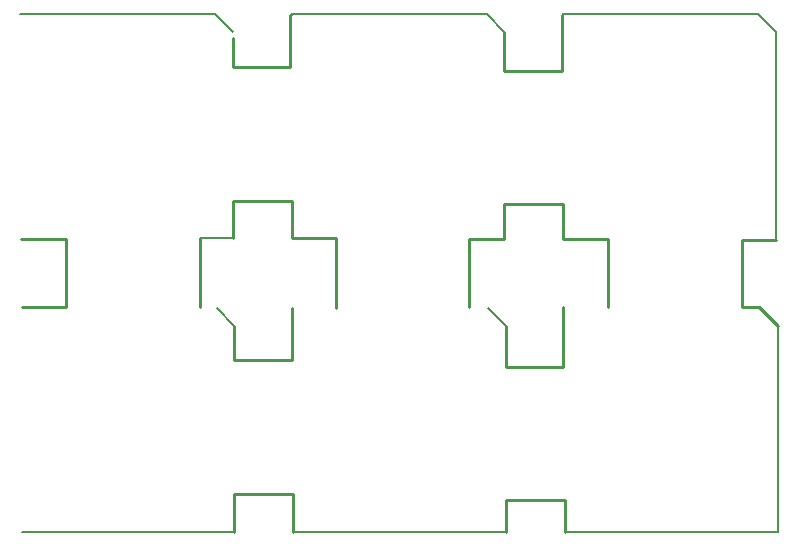
<source format=gko>
G04*
G04 #@! TF.GenerationSoftware,Altium Limited,Altium Designer,20.0.13 (296)*
G04*
G04 Layer_Color=16711935*
%FSLAX25Y25*%
%MOIN*%
G70*
G01*
G75*
%ADD11C,0.00787*%
%ADD13C,0.01000*%
G54D11*
X181102Y0D02*
X251969D01*
Y68898D01*
X246063Y74803D02*
X251969Y68898D01*
X90551Y0D02*
X161417D01*
X155512Y74803D02*
X161417Y68898D01*
X0Y0D02*
X70866D01*
X64961Y74803D02*
X70866Y68898D01*
X59342Y98000D02*
X70366D01*
X64961Y74803D02*
X70866Y68898D01*
X251468Y98000D02*
Y166898D01*
X245563Y172803D02*
X251468Y166898D01*
X180602Y172803D02*
X245563D01*
X155012D02*
X160917Y166898D01*
X90051Y172803D02*
X155012D01*
X64461D02*
X70366Y166898D01*
X-500Y172803D02*
X64461D01*
G54D13*
X102Y75095D02*
X14754D01*
X245772Y75094D02*
X251969Y68898D01*
X240051Y75094D02*
X245772D01*
X70697Y57468D02*
Y68728D01*
X70760Y106D02*
Y12890D01*
X161417Y55118D02*
Y68898D01*
Y55118D02*
X180535D01*
X161417Y10974D02*
X181102D01*
X161417Y0D02*
Y10974D01*
X89591Y172343D02*
X90051Y172803D01*
X180142Y172343D02*
X180602Y172803D01*
X89591Y155106D02*
Y172343D01*
X180142Y153925D02*
Y172343D01*
X160854Y153925D02*
Y166835D01*
X160732Y97929D02*
X160917D01*
Y109346D01*
X149106Y97929D02*
X160732D01*
X180602Y97768D02*
Y109346D01*
Y97768D02*
X192181D01*
X195415D01*
X240051Y97535D02*
X251468D01*
X180535Y55118D02*
Y75197D01*
X181102Y0D02*
Y10974D01*
X90051Y98138D02*
X104615D01*
X90051D02*
Y110528D01*
X70366Y98000D02*
Y110528D01*
X70303Y155106D02*
Y164791D01*
X89984Y57468D02*
Y74803D01*
X90445Y106D02*
Y12890D01*
X-291Y97929D02*
X14854D01*
X14754Y75095D02*
X14854Y97929D01*
X59342Y75094D02*
Y98000D01*
X195415Y97768D02*
X195476Y75094D01*
X240051Y75094D02*
Y97535D01*
X104615Y98138D02*
X104724Y74803D01*
X149106Y75094D02*
Y97929D01*
X70697Y57468D02*
X89984D01*
X70760Y12890D02*
X90445D01*
X160854Y153925D02*
X180142D01*
X160917Y109346D02*
X180602D01*
X70366Y110528D02*
X90051D01*
X70303Y155106D02*
X89591D01*
M02*

</source>
